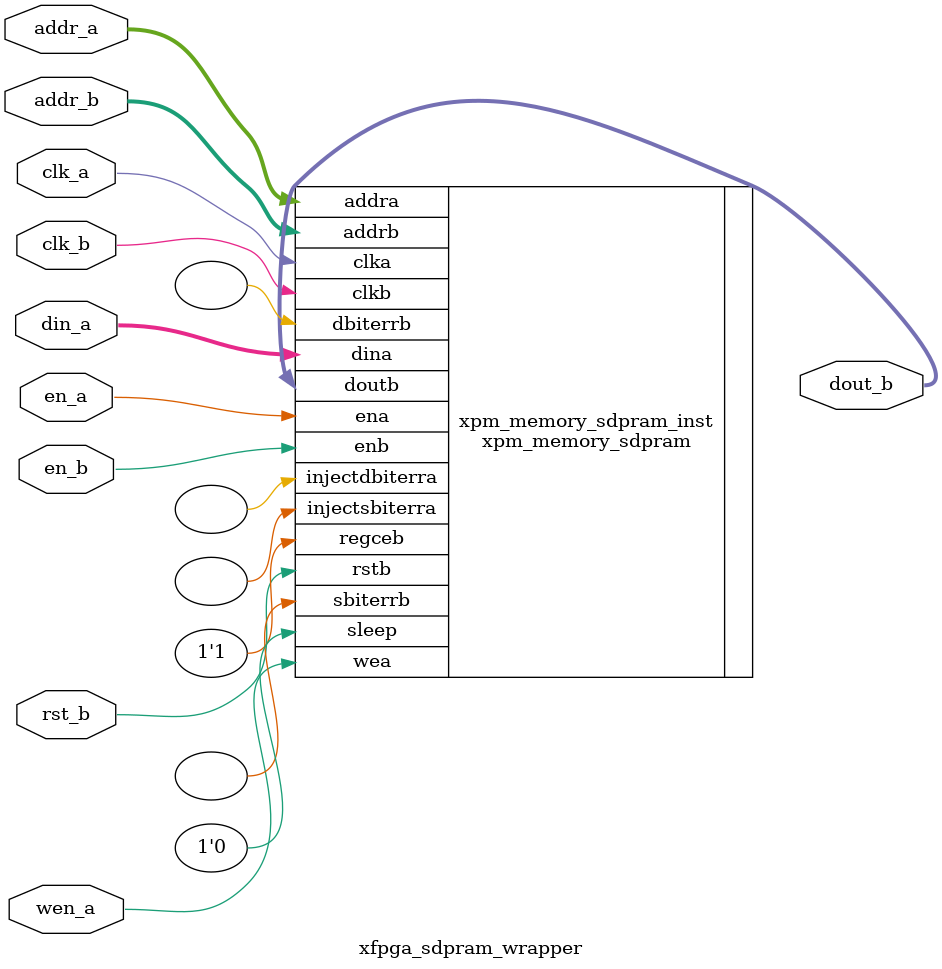
<source format=v>
module xfpga_sdpram_wrapper
    #(
        parameter   DEPTH               = 32                               , // depth
        parameter   DW                  = 32                               , // data width
        parameter   AW                  = $clog2(DEPTH)>0? $clog2(DEPTH):1 , // depth 32 -> addr 5?at least 1
        parameter   BYTE_WRITE_WIDTH_A  = DW                               , // BYTE WRITE WIDTH for port-A, if BYTE_WRITE_WIDTH_A is DW, means disable BYTE Write
        parameter   READ_LATENCY_B      = 1                                ,
        parameter   WRITE_MODE_B        = "read_first"                     , // no_change, read_first, write_first. Default value = no_change.
        parameter   MEMORY_TYPE         = "auto"                           , // "auto"  "block"  "distributed"  "ultra"- URAM
        parameter   CLOCKING_MODE       = "common_clock"                   , // "common_clock"   "independent_clock",  Default value = "common_clock".
        parameter   INIT_FILE           = "none"                             // "none"--> not use init file
    )
(

// write port-A
input  wire                              clk_a    ,  // write clk for port-A
input  wire                              en_a     ,  // read eanable for port-A, active high
input  wire  [DW/BYTE_WRITE_WIDTH_A-1:0] wen_a    ,  // write enable for port-A, active high
input  wire  [AW  -1 : 0]                addr_a   ,
input  wire  [DW  -1 : 0]                din_a    ,

// read port-B
input  wire                              clk_b    ,  // read clk for port-B
input  wire                              rst_b    ,  // reset for FPGA dout of port-B, active high
input  wire                              en_b     ,  // read eanable for port-B, active high
input  wire  [AW  -1 : 0]                addr_b   ,
output wire  [DW  -1 : 0]                dout_b

);


   // xpm_memory_sdpram: Simple Dual Port RAM
   // Xilinx Parameterized Macro, version 2020.2

    xpm_memory_sdpram #(
        .ADDR_WIDTH_A            ( AW                    ) , // DECIMAL
        .ADDR_WIDTH_B            ( AW                    ) , // DECIMAL
        .AUTO_SLEEP_TIME         ( 0                     ) , // DECIMAL
        .BYTE_WRITE_WIDTH_A      ( BYTE_WRITE_WIDTH_A    ) , // DECIMAL, if BYTE_WRITE_WIDTH_A = DW, means to enable word-wide writes
        .CASCADE_HEIGHT          ( 0                     ) , // DECIMAL
        .CLOCKING_MODE           ( CLOCKING_MODE         ) , // String
        .ECC_MODE                ( "no_ecc"              ) , // String
        .MEMORY_INIT_FILE        ( INIT_FILE             ) , // String
        .MEMORY_INIT_PARAM       ( "0"                   ) , // String
        .MEMORY_OPTIMIZATION     ( "true"                ) , // String
        .MEMORY_PRIMITIVE        ( MEMORY_TYPE           ) , // String
        .MEMORY_SIZE             ( DEPTH * DW            ) , // DECIMAL
        .MESSAGE_CONTROL         ( 0                     ) , // DECIMAL
        .READ_DATA_WIDTH_B       ( DW                    ) , // DECIMAL
        .READ_LATENCY_B          ( READ_LATENCY_B        ) , // READ_LATENCY_B  1
        .READ_RESET_VALUE_B      ( "0"                   ) , // String
        .RST_MODE_A              ( "SYNC"                ) , // String
        .RST_MODE_B              ( "SYNC"                ) , // String
        .SIM_ASSERT_CHK          ( 1                     ) , // DECIMAL; 0=disable simulation messages, 1=enable simulation messages
        .USE_EMBEDDED_CONSTRAINT ( 0                     ) , // DECIMAL
        .USE_MEM_INIT            ( INIT_FILE=="none"?0:1 ) , // DECIMAL
        .WAKEUP_TIME             ( "disable_sleep"       ) , // String
        .WRITE_DATA_WIDTH_A      ( DW                    ) , // DECIMAL
        .WRITE_MODE_B            ( WRITE_MODE_B          )   // using read_first, it will read the previous data; but without conflict;
                                                             //       Allowed values: no_change, read_first, write_first. Default value = no_change.
    )
    xpm_memory_sdpram_inst (
        .dbiterrb(),                    // 1-bit output: Status signal to indicate double bit error occurrence
                                        // on the data output of port B.

        .doutb(dout_b),                 // READ_DATA_WIDTH_B-bit output: Data output for port B read operations.
        .sbiterrb(),                    // 1-bit output: Status signal to indicate single bit error occurrence
                                        // on the data output of port B.

        .addra(addr_a),                 // ADDR_WIDTH_A-bit input: Address for port A write operations.
        .addrb(addr_b),                 // ADDR_WIDTH_B-bit input: Address for port B read operations.
        .clka(clk_a),                   // 1-bit input: Clock signal for port A. Also clocks port B when
                                        // parameter CLOCKING_MODE is "common_clock".

        .clkb(clk_b),                   // 1-bit input: Clock signal for port B when parameter CLOCKING_MODE is
                                        // "independent_clock". Unused when parameter CLOCKING_MODE is
                                        // "common_clock".

        .dina(din_a),                   // WRITE_DATA_WIDTH_A-bit input: Data input for port A write operations.
        .ena(en_a),                     // 1-bit input: Memory enable signal for port A. Must be high on clock
                                        // cycles when write operations are initiated. Pipelined internally.

        .enb(en_b),                     // 1-bit input: Memory enable signal for port B. Must be high on clock
                                        // cycles when read operations are initiated. Pipelined internally.

        .injectdbiterra(),              // 1-bit input: Controls double bit error injection on input data when
                                        // ECC enabled (Error injection capability is not available in
                                        // "decode_only" mode).

        .injectsbiterra(),              // 1-bit input: Controls single bit error injection on input data when
                                        // ECC enabled (Error injection capability is not available in
                                        // "decode_only" mode).

        .regceb(1'b1),                  // 1-bit input: Clock Enable for the last register stage on the output
                                        // data path.

        .rstb(rst_b),                   // 1-bit input: Reset signal for the final port B output register stage.
                                        // Synchronously resets output port doutb to the value specified by
                                        // parameter READ_RESET_VALUE_B.

        .sleep(1'b0),                   // 1-bit input: sleep signal to enable the dynamic power saving feature.
        .wea(wen_a)                      // WRITE_DATA_WIDTH_A/BYTE_WRITE_WIDTH_A-bit input: Write enable vector
                                        // for port A input data port dina. 1 bit wide when word-wide writes are
                                        // used. In byte-wide write configurations, each bit controls the
                                        // writing one byte of dina to address addra. For example, to
                                        // synchronously write only bits [15-8] of dina when WRITE_DATA_WIDTH_A
                                        // is 32, wea would be 4'b0010.
    );


endmodule


//////////////////////////////////////


// // XPM_MEMORY instantiation template for Simple Dual Port RAM configurations
// // Refer to the targeted device family architecture libraries guide for XPM_MEMORY documentation
// // =======================================================================================================================

// // Parameter usage table, organized as follows:
// // +---------------------------------------------------------------------------------------------------------------------+
// // | Parameter name       | Data type          | Restrictions, if applicable                                             |
// // |---------------------------------------------------------------------------------------------------------------------|
// // | Description                                                                                                         |
// // +---------------------------------------------------------------------------------------------------------------------+
// // +---------------------------------------------------------------------------------------------------------------------+
// // | ADDR_WIDTH_A         | Integer            | Range: 1 - 20. Default value = 6.                                       |
// // |---------------------------------------------------------------------------------------------------------------------|
// // | Specify the width of the port A address port addra, in bits.                                                        |
// // | Must be large enough to access the entire memory from port A, i.e. &gt;= $clog2(MEMORY_SIZE/WRITE_DATA_WIDTH_A).    |
// // +---------------------------------------------------------------------------------------------------------------------+
// // | ADDR_WIDTH_B         | Integer            | Range: 1 - 20. Default value = 6.                                       |
// // |---------------------------------------------------------------------------------------------------------------------|
// // | Specify the width of the port B address port addrb, in bits.                                                        |
// // | Must be large enough to access the entire memory from port B, i.e. &gt;= $clog2(MEMORY_SIZE/READ_DATA_WIDTH_B).     |
// // +---------------------------------------------------------------------------------------------------------------------+
// // | AUTO_SLEEP_TIME      | Integer            | Range: 0 - 15. Default value = 0.                                       |
// // |---------------------------------------------------------------------------------------------------------------------|
// // | Number of clk[a|b] cycles to auto-sleep, if feature is available in architecture.                                   |
// // |                                                                                                                     |
// // |   0 - Disable auto-sleep feature                                                                                    |
// // |   3-15 - Number of auto-sleep latency cycles                                                                        |
// // |                                                                                                                     |
// // | Do not change from the value provided in the template instantiation.                                                |
// // +---------------------------------------------------------------------------------------------------------------------+
// // | BYTE_WRITE_WIDTH_A   | Integer            | Range: 1 - 4608. Default value = 32.                                    |
// // |---------------------------------------------------------------------------------------------------------------------|
// // | To enable byte-wide writes on port A, specify the byte width, in bits.                                              |
// // |                                                                                                                     |
// // |   8- 8-bit byte-wide writes, legal when WRITE_DATA_WIDTH_A is an integer multiple of 8                              |
// // |   9- 9-bit byte-wide writes, legal when WRITE_DATA_WIDTH_A is an integer multiple of 9                              |
// // |                                                                                                                     |
// // | Or to enable word-wide writes on port A, specify the same value as for WRITE_DATA_WIDTH_A.                          |
// // +---------------------------------------------------------------------------------------------------------------------+
// // | CASCADE_HEIGHT       | Integer            | Range: 0 - 64. Default value = 0.                                       |
// // |---------------------------------------------------------------------------------------------------------------------|
// // | 0- No Cascade Height, Allow Vivado Synthesis to choose.                                                             |
// // | 1 or more - Vivado Synthesis sets the specified value as Cascade Height.                                            |
// // +---------------------------------------------------------------------------------------------------------------------+
// // | CLOCKING_MODE        | String             | Allowed values: common_clock, independent_clock. Default value = common_clock.|
// // |---------------------------------------------------------------------------------------------------------------------|
// // | Designate whether port A and port B are clocked with a common clock or with independent clocks.                     |
// // |                                                                                                                     |
// // |   "common_clock"- Common clocking; clock both port A and port B with clka                                           |
// // |   "independent_clock"- Independent clocking; clock port A with clka and port B with clkb                            |
// // +---------------------------------------------------------------------------------------------------------------------+
// // | ECC_MODE             | String             | Allowed values: no_ecc, both_encode_and_decode, decode_only, encode_only. Default value = no_ecc.|
// // |---------------------------------------------------------------------------------------------------------------------|
// // |                                                                                                                     |
// // |   "no_ecc" - Disables ECC                                                                                           |
// // |   "encode_only" - Enables ECC Encoder only                                                                          |
// // |   "decode_only" - Enables ECC Decoder only                                                                          |
// // |   "both_encode_and_decode" - Enables both ECC Encoder and Decoder                                                   |
// // +---------------------------------------------------------------------------------------------------------------------+
// // | MEMORY_INIT_FILE     | String             | Default value = none.                                                   |
// // |---------------------------------------------------------------------------------------------------------------------|
// // | Specify "none" (including quotes) for no memory initialization, or specify the name of a memory initialization file.|
// // | Enter only the name of the file with .mem extension, including quotes but without path (e.g. "my_file.mem").        |
// // | File format must be ASCII and consist of only hexadecimal values organized into the specified depth by              |
// // | narrowest data width generic value of the memory. See the Memory File (MEM) section for more                        |
// // | information on the syntax. Initialization of memory happens through the file name specified only when parameter     |
// // | MEMORY_INIT_PARAM value is equal to "".                                                                             |
// // | When using XPM_MEMORY in a project, add the specified file to the Vivado project as a design source.                |
// // +---------------------------------------------------------------------------------------------------------------------+
// // | MEMORY_INIT_PARAM    | String             | Default value = 0.                                                      |
// // |---------------------------------------------------------------------------------------------------------------------|
// // | Specify "" or "0" (including quotes) for no memory initialization through parameter, or specify the string          |
// // | containing the hex characters. Enter only hex characters with each location separated by delimiter (,).             |
// // | Parameter format must be ASCII and consist of only hexadecimal values organized into the specified depth by         |
// // | narrowest data width generic value of the memory.For example, if the narrowest data width is 8, and the depth of    |
// // | memory is 8 locations, then the parameter value should be passed as shown below.                                    |
// // | parameter MEMORY_INIT_PARAM = "AB,CD,EF,1,2,34,56,78"                                                               |
// // | Where "AB" is the 0th location and "78" is the 7th location.                                                        |
// // +---------------------------------------------------------------------------------------------------------------------+
// // | MEMORY_OPTIMIZATION  | String             | Allowed values: true, false. Default value = true.                      |
// // |---------------------------------------------------------------------------------------------------------------------|
// // | Specify "true" to enable the optimization of unused memory or bits in the memory structure. Specify "false" to      |
// // | disable the optimization of unused memory or bits in the memory structure.                                          |
// // +---------------------------------------------------------------------------------------------------------------------+
// // | MEMORY_PRIMITIVE     | String             | Allowed values: auto, block, distributed, ultra. Default value = auto.  |
// // |---------------------------------------------------------------------------------------------------------------------|
// // | Designate the memory primitive (resource type) to use.                                                              |
// // |                                                                                                                     |
// // |   "auto"- Allow Vivado Synthesis to choose                                                                          |
// // |   "distributed"- Distributed memory                                                                                 |
// // |   "block"- Block memory                                                                                             |
// // |   "ultra"- Ultra RAM memory                                                                                         |
// // |                                                                                                                     |
// // | NOTE: There may be a behavior mismatch if Block RAM or Ultra RAM specific features, like ECC or Asymmetry, are selected with MEMORY_PRIMITIVE set to "auto".|
// // +---------------------------------------------------------------------------------------------------------------------+
// // | MEMORY_SIZE          | Integer            | Range: 2 - 150994944. Default value = 2048.                             |
// // |---------------------------------------------------------------------------------------------------------------------|
// // | Specify the total memory array size, in bits. For example, enter 65536 for a 2kx32 RAM.                             |
// // |                                                                                                                     |
// // |   When ECC is enabled and set to "encode_only", then the memory size has to be multiples of READ_DATA_WIDTH_B       |
// // |   When ECC is enabled and set to "decode_only", then the memory size has to be multiples of WRITE_DATA_WIDTH_A      |
// // +---------------------------------------------------------------------------------------------------------------------+
// // | MESSAGE_CONTROL      | Integer            | Range: 0 - 1. Default value = 0.                                        |
// // |---------------------------------------------------------------------------------------------------------------------|
// // | Specify 1 to enable the dynamic message reporting such as collision warnings, and 0 to disable the message reporting|
// // +---------------------------------------------------------------------------------------------------------------------+
// // | READ_DATA_WIDTH_B    | Integer            | Range: 1 - 4608. Default value = 32.                                    |
// // |---------------------------------------------------------------------------------------------------------------------|
// // | Specify the width of the port B read data output port doutb, in bits.                                               |
// // |                                                                                                                     |
// // |   When ECC is enabled and set to "encode_only", then READ_DATA_WIDTH_B has to be multiples of 72-bits               |
// // |   When ECC is enabled and set to "decode_only" or "both_encode_and_decode", then READ_DATA_WIDTH_B has to be        |
// // | multiples of 64-bits                                                                                                |
// // +---------------------------------------------------------------------------------------------------------------------+
// // | READ_LATENCY_B       | Integer            | Range: 0 - 100. Default value = 2.                                      |
// // |---------------------------------------------------------------------------------------------------------------------|
// // | Specify the number of register stages in the port B read data pipeline. Read data output to port doutb takes this   |
// // | number of clkb cycles (clka when CLOCKING_MODE is "common_clock").                                                  |
// // | To target block memory, a value of 1 or larger is required- 1 causes use of memory latch only; 2 causes use of      |
// // | output register. To target distributed memory, a value of 0 or larger is required- 0 indicates combinatorial output.|
// // | Values larger than 2 synthesize additional flip-flops that are not retimed into memory primitives.                  |
// // +---------------------------------------------------------------------------------------------------------------------+
// // | READ_RESET_VALUE_B   | String             | Default value = 0.                                                      |
// // |---------------------------------------------------------------------------------------------------------------------|
// // | Specify the reset value of the port B final output register stage in response to rstb input port is assertion.      |
// // | As this parameter is a string, please specify the hex values inside double quotes. As an example,                   |
// // | If the read data width is 8, then specify READ_RESET_VALUE_B = "EA";                                                |
// // | When ECC is enabled, reset value is not supported.                                                                  |
// // +---------------------------------------------------------------------------------------------------------------------+
// // | RST_MODE_A           | String             | Allowed values: SYNC, ASYNC. Default value = SYNC.                      |
// // |---------------------------------------------------------------------------------------------------------------------|
// // | Describes the behaviour of the reset                                                                                |
// // |                                                                                                                     |
// // |   "SYNC" - when reset is applied, synchronously resets output port douta to the value specified by parameter READ_RESET_VALUE_A|
// // |   "ASYNC" - when reset is applied, asynchronously resets output port douta to zero                                  |
// // +---------------------------------------------------------------------------------------------------------------------+
// // | RST_MODE_B           | String             | Allowed values: SYNC, ASYNC. Default value = SYNC.                      |
// // |---------------------------------------------------------------------------------------------------------------------|
// // | Describes the behaviour of the reset                                                                                |
// // |                                                                                                                     |
// // |   "SYNC" - when reset is applied, synchronously resets output port doutb to the value specified by parameter READ_RESET_VALUE_B|
// // |   "ASYNC" - when reset is applied, asynchronously resets output port doutb to zero                                  |
// // +---------------------------------------------------------------------------------------------------------------------+
// // | SIM_ASSERT_CHK       | Integer            | Range: 0 - 1. Default value = 0.                                        |
// // |---------------------------------------------------------------------------------------------------------------------|
// // | 0- Disable simulation message reporting. Messages related to potential misuse will not be reported.                 |
// // | 1- Enable simulation message reporting. Messages related to potential misuse will be reported.                      |
// // +---------------------------------------------------------------------------------------------------------------------+
// // | USE_EMBEDDED_CONSTRAINT| Integer            | Range: 0 - 1. Default value = 0.                                        |
// // |---------------------------------------------------------------------------------------------------------------------|
// // | Specify 1 to enable the set_false_path constraint addition between clka of Distributed RAM and doutb_reg on clkb    |
// // +---------------------------------------------------------------------------------------------------------------------+
// // | USE_MEM_INIT         | Integer            | Range: 0 - 1. Default value = 1.                                        |
// // |---------------------------------------------------------------------------------------------------------------------|
// // | Specify 1 to enable the generation of below message and 0 to disable generation of the following message completely.|
// // | "INFO - MEMORY_INIT_FILE and MEMORY_INIT_PARAM together specifies no memory initialization.                         |
// // | Initial memory contents will be all 0s."                                                                            |
// // | NOTE: This message gets generated only when there is no Memory Initialization specified either through file or      |
// // | Parameter.                                                                                                          |
// // +---------------------------------------------------------------------------------------------------------------------+
// // | WAKEUP_TIME          | String             | Allowed values: disable_sleep, use_sleep_pin. Default value = disable_sleep.|
// // |---------------------------------------------------------------------------------------------------------------------|
// // | Specify "disable_sleep" to disable dynamic power saving option, and specify "use_sleep_pin" to enable the           |
// // | dynamic power saving option                                                                                         |
// // +---------------------------------------------------------------------------------------------------------------------+
// // | WRITE_DATA_WIDTH_A   | Integer            | Range: 1 - 4608. Default value = 32.                                    |
// // |---------------------------------------------------------------------------------------------------------------------|
// // | multiples of 64-bits                                                                                                |
// // | When ECC is enabled and set to "decode_only", then WRITE_DATA_WIDTH_A has to be multiples of 72-bits                |
// // +---------------------------------------------------------------------------------------------------------------------+
// // | WRITE_MODE_B         | String             | Allowed values: no_change, read_first, write_first. Default value = no_change.|
// // |---------------------------------------------------------------------------------------------------------------------|
// // | Write mode behavior for port B output data port, doutb.                                                             |
// // +---------------------------------------------------------------------------------------------------------------------+

// // Port usage table, organized as follows:
// // +---------------------------------------------------------------------------------------------------------------------+
// // | Port name      | Direction | Size, in bits                         | Domain  | Sense       | Handling if unused     |
// // |---------------------------------------------------------------------------------------------------------------------|
// // | Description                                                                                                         |
// // +---------------------------------------------------------------------------------------------------------------------+
// // +---------------------------------------------------------------------------------------------------------------------+
// // | addra          | Input     | ADDR_WIDTH_A                          | clka    | NA          | Required               |
// // |---------------------------------------------------------------------------------------------------------------------|
// // | Address for port A write operations.                                                                                |
// // +---------------------------------------------------------------------------------------------------------------------+
// // | addrb          | Input     | ADDR_WIDTH_B                          | clkb    | NA          | Required               |
// // |---------------------------------------------------------------------------------------------------------------------|
// // | Address for port B read operations.                                                                                 |
// // +---------------------------------------------------------------------------------------------------------------------+
// // | clka           | Input     | 1                                     | NA      | Rising edge | Required               |
// // |---------------------------------------------------------------------------------------------------------------------|
// // | Clock signal for port A. Also clocks port B when parameter CLOCKING_MODE is "common_clock".                         |
// // +---------------------------------------------------------------------------------------------------------------------+
// // | clkb           | Input     | 1                                     | NA      | Rising edge | Required               |
// // |---------------------------------------------------------------------------------------------------------------------|
// // | Clock signal for port B when parameter CLOCKING_MODE is "independent_clock".                                        |
// // | Unused when parameter CLOCKING_MODE is "common_clock".                                                              |
// // +---------------------------------------------------------------------------------------------------------------------+
// // | dbiterrb       | Output    | 1                                     | clkb    | Active-high | DoNotCare              |
// // |---------------------------------------------------------------------------------------------------------------------|
// // | Status signal to indicate double bit error occurrence on the data output of port B.                                 |
// // +---------------------------------------------------------------------------------------------------------------------+
// // | dina           | Input     | WRITE_DATA_WIDTH_A                    | clka    | NA          | Required               |
// // |---------------------------------------------------------------------------------------------------------------------|
// // | Data input for port A write operations.                                                                             |
// // +---------------------------------------------------------------------------------------------------------------------+
// // | doutb          | Output    | READ_DATA_WIDTH_B                     | clkb    | NA          | Required               |
// // |---------------------------------------------------------------------------------------------------------------------|
// // | Data output for port B read operations.                                                                             |
// // +---------------------------------------------------------------------------------------------------------------------+
// // | ena            | Input     | 1                                     | clka    | Active-high | Required               |
// // |---------------------------------------------------------------------------------------------------------------------|
// // | Memory enable signal for port A.                                                                                    |
// // | Must be high on clock cycles when write operations are initiated. Pipelined internally.                             |
// // +---------------------------------------------------------------------------------------------------------------------+
// // | enb            | Input     | 1                                     | clkb    | Active-high | Required               |
// // |---------------------------------------------------------------------------------------------------------------------|
// // | Memory enable signal for port B.                                                                                    |
// // | Must be high on clock cycles when read operations are initiated. Pipelined internally.                              |
// // +---------------------------------------------------------------------------------------------------------------------+
// // | injectdbiterra | Input     | 1                                     | clka    | Active-high | Tie to 1'b0            |
// // |---------------------------------------------------------------------------------------------------------------------|
// // | Controls double bit error injection on input data when ECC enabled (Error injection capability is not available in  |
// // | "decode_only" mode).                                                                                                |
// // +---------------------------------------------------------------------------------------------------------------------+
// // | injectsbiterra | Input     | 1                                     | clka    | Active-high | Tie to 1'b0            |
// // |---------------------------------------------------------------------------------------------------------------------|
// // | Controls single bit error injection on input data when ECC enabled (Error injection capability is not available in  |
// // | "decode_only" mode).                                                                                                |
// // +---------------------------------------------------------------------------------------------------------------------+
// // | regceb         | Input     | 1                                     | clkb    | Active-high | Tie to 1'b1            |
// // |---------------------------------------------------------------------------------------------------------------------|
// // | Clock Enable for the last register stage on the output data path.                                                   |
// // +---------------------------------------------------------------------------------------------------------------------+
// // | rstb           | Input     | 1                                     | clkb    | Active-high | Required               |
// // |---------------------------------------------------------------------------------------------------------------------|
// // | Reset signal for the final port B output register stage.                                                            |
// // | Synchronously resets output port doutb to the value specified by parameter READ_RESET_VALUE_B.                      |
// // +---------------------------------------------------------------------------------------------------------------------+
// // | sbiterrb       | Output    | 1                                     | clkb    | Active-high | DoNotCare              |
// // |---------------------------------------------------------------------------------------------------------------------|
// // | Status signal to indicate single bit error occurrence on the data output of port B.                                 |
// // +---------------------------------------------------------------------------------------------------------------------+
// // | sleep          | Input     | 1                                     | NA      | Active-high | Tie to 1'b0            |
// // |---------------------------------------------------------------------------------------------------------------------|
// // | sleep signal to enable the dynamic power saving feature.                                                            |
// // +---------------------------------------------------------------------------------------------------------------------+
// // | wea            | Input     | WRITE_DATA_WIDTH_A/BYTE_WRITE_WIDTH_A | clka    | Active-high | Required               |
// // |---------------------------------------------------------------------------------------------------------------------|
// // | Write enable vector for port A input data port dina. 1 bit wide when word-wide writes are used.                     |
// // | In byte-wide write configurations, each bit controls the writing one byte of dina to address addra.                 |
// // | For example, to synchronously write only bits [15-8] of dina when WRITE_DATA_WIDTH_A is 32, wea would be 4'b0010.   |
// // +---------------------------------------------------------------------------------------------------------------------+


// // xpm_memory_sdpram : In order to incorporate this function into the design,
// //      Verilog      : the following instance declaration needs to be placed
// //     instance      : in the body of the design code.  The instance name
// //    declaration    : (xpm_memory_sdpram_inst) and/or the port declarations within the
// //       code        : parenthesis may be changed to properly reference and
// //                   : connect this function to the design.  All inputs
// //                   : and outputs must be connected.

// //  Please reference the appropriate libraries guide for additional information on the XPM modules.

// //  <-----Cut code below this line---->

//    // xpm_memory_sdpram: Simple Dual Port RAM
//    // Xilinx Parameterized Macro, version 2020.2

//    xpm_memory_sdpram #(
//       .ADDR_WIDTH_A(6),               // DECIMAL
//       .ADDR_WIDTH_B(6),               // DECIMAL
//       .AUTO_SLEEP_TIME(0),            // DECIMAL
//       .BYTE_WRITE_WIDTH_A(32),        // DECIMAL
//       .CASCADE_HEIGHT(0),             // DECIMAL
//       .CLOCKING_MODE("common_clock"), // String
//       .ECC_MODE("no_ecc"),            // String
//       .MEMORY_INIT_FILE("none"),      // String
//       .MEMORY_INIT_PARAM("0"),        // String
//       .MEMORY_OPTIMIZATION("true"),   // String
//       .MEMORY_PRIMITIVE("auto"),      // String
//       .MEMORY_SIZE(2048),             // DECIMAL
//       .MESSAGE_CONTROL(0),            // DECIMAL
//       .READ_DATA_WIDTH_B(32),         // DECIMAL
//       .READ_LATENCY_B(2),             // DECIMAL
//       .READ_RESET_VALUE_B("0"),       // String
//       .RST_MODE_A("SYNC"),            // String
//       .RST_MODE_B("SYNC"),            // String
//       .SIM_ASSERT_CHK(0),             // DECIMAL; 0=disable simulation messages, 1=enable simulation messages
//       .USE_EMBEDDED_CONSTRAINT(0),    // DECIMAL
//       .USE_MEM_INIT(1),               // DECIMAL
//       .WAKEUP_TIME("disable_sleep"),  // String
//       .WRITE_DATA_WIDTH_A(32),        // DECIMAL
//       .WRITE_MODE_B("no_change")      // String
//    )
//    xpm_memory_sdpram_inst (
//       .dbiterrb(dbiterrb),             // 1-bit output: Status signal to indicate double bit error occurrence
//                                        // on the data output of port B.

//       .doutb(doutb),                   // READ_DATA_WIDTH_B-bit output: Data output for port B read operations.
//       .sbiterrb(sbiterrb),             // 1-bit output: Status signal to indicate single bit error occurrence
//                                        // on the data output of port B.

//       .addra(addra),                   // ADDR_WIDTH_A-bit input: Address for port A write operations.
//       .addrb(addrb),                   // ADDR_WIDTH_B-bit input: Address for port B read operations.
//       .clka(clka),                     // 1-bit input: Clock signal for port A. Also clocks port B when
//                                        // parameter CLOCKING_MODE is "common_clock".

//       .clkb(clkb),                     // 1-bit input: Clock signal for port B when parameter CLOCKING_MODE is
//                                        // "independent_clock". Unused when parameter CLOCKING_MODE is
//                                        // "common_clock".

//       .dina(dina),                     // WRITE_DATA_WIDTH_A-bit input: Data input for port A write operations.
//       .ena(ena),                       // 1-bit input: Memory enable signal for port A. Must be high on clock
//                                        // cycles when write operations are initiated. Pipelined internally.

//       .enb(enb),                       // 1-bit input: Memory enable signal for port B. Must be high on clock
//                                        // cycles when read operations are initiated. Pipelined internally.

//       .injectdbiterra(injectdbiterra), // 1-bit input: Controls double bit error injection on input data when
//                                        // ECC enabled (Error injection capability is not available in
//                                        // "decode_only" mode).

//       .injectsbiterra(injectsbiterra), // 1-bit input: Controls single bit error injection on input data when
//                                        // ECC enabled (Error injection capability is not available in
//                                        // "decode_only" mode).

//       .regceb(regceb),                 // 1-bit input: Clock Enable for the last register stage on the output
//                                        // data path.

//       .rstb(rstb),                     // 1-bit input: Reset signal for the final port B output register stage.
//                                        // Synchronously resets output port doutb to the value specified by
//                                        // parameter READ_RESET_VALUE_B.

//       .sleep(sleep),                   // 1-bit input: sleep signal to enable the dynamic power saving feature.
//       .wea(wea)                        // WRITE_DATA_WIDTH_A/BYTE_WRITE_WIDTH_A-bit input: Write enable vector
//                                        // for port A input data port dina. 1 bit wide when word-wide writes are
//                                        // used. In byte-wide write configurations, each bit controls the
//                                        // writing one byte of dina to address addra. For example, to
//                                        // synchronously write only bits [15-8] of dina when WRITE_DATA_WIDTH_A
//                                        // is 32, wea would be 4'b0010.

//    );

//    // End of xpm_memory_sdpram_inst instantiation

</source>
